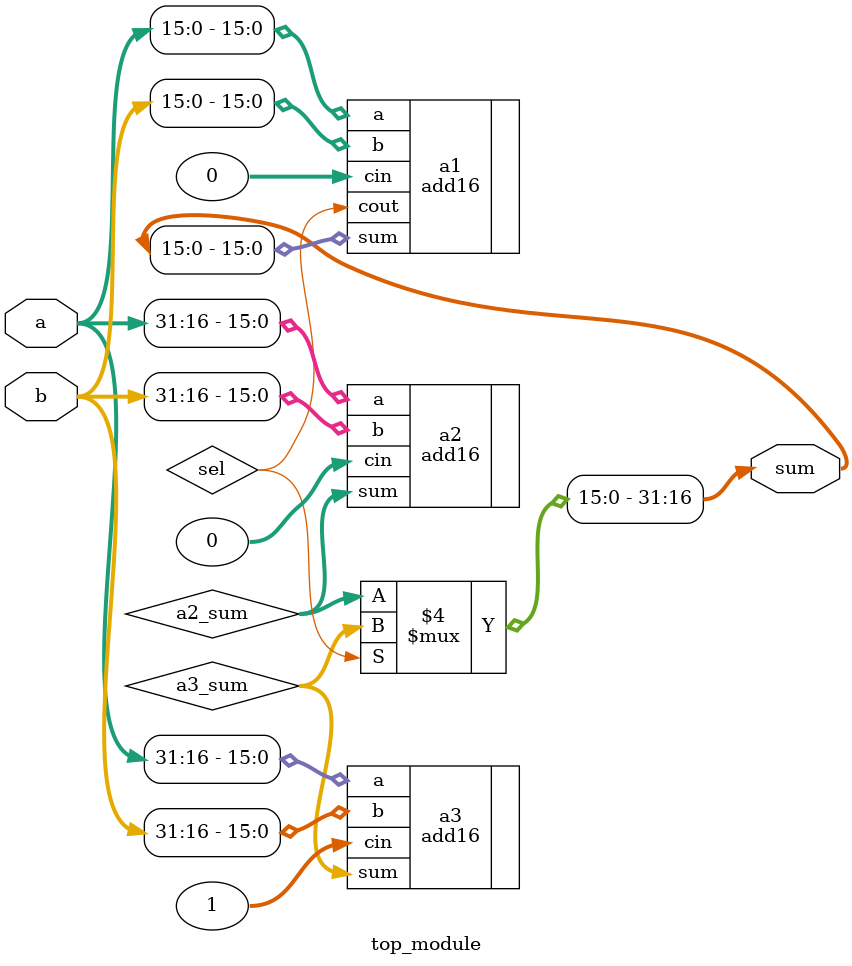
<source format=v>
module top_module(
    input [31:0] a,
    input [31:0] b,
    output [31:0] sum
);

    wire sel;
    wire [15:0] a2_sum, a3_sum;

    add16 a1(
        .a(a[15:0]),
        .b(b[15:0]),
        .cin(0),
        .sum(sum[15:0]),
        .cout(sel),
    );

    add16 a2(
        .a(a[31:16]),
        .b(b[31:16]),
        .cin(0),
        .sum(a2_sum),
    );

    add16 a3(
        .a(a[31:16]),
        .b(b[31:16]),
        .cin(1),
        .sum(a3_sum),
    );

    assign sum[31:16] = sel ? a3_sum : a2_sum;


endmodule

</source>
